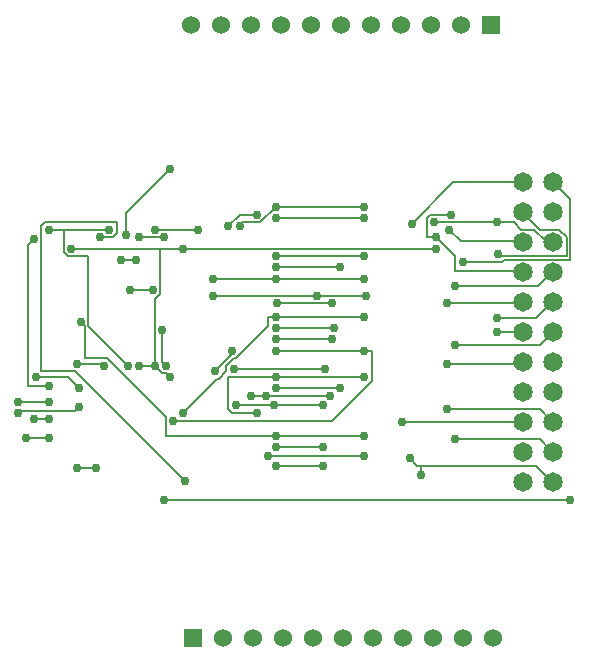
<source format=gbr>
G04 EAGLE Gerber RS-274X export*
G75*
%MOMM*%
%FSLAX34Y34*%
%LPD*%
%INBottom Copper*%
%IPPOS*%
%AMOC8*
5,1,8,0,0,1.08239X$1,22.5*%
G01*
%ADD10R,1.524000X1.524000*%
%ADD11C,1.524000*%
%ADD12C,1.650000*%
%ADD13C,0.152400*%
%ADD14C,0.756400*%


D10*
X596964Y41275D03*
D11*
X622364Y41275D03*
X647764Y41275D03*
X673164Y41275D03*
X698564Y41275D03*
X723964Y41275D03*
X749364Y41275D03*
X774764Y41275D03*
X800164Y41275D03*
X825564Y41275D03*
X850964Y41275D03*
D10*
X850011Y560515D03*
D11*
X824611Y560515D03*
X799211Y560515D03*
X773811Y560515D03*
X748411Y560515D03*
X723011Y560515D03*
X697611Y560515D03*
X672211Y560515D03*
X646811Y560515D03*
X621411Y560515D03*
X596011Y560515D03*
D12*
X901891Y401828D03*
X901891Y427228D03*
X876491Y427228D03*
X876491Y401828D03*
X901891Y376428D03*
X876491Y376428D03*
X901891Y351028D03*
X876491Y351028D03*
X901891Y325628D03*
X876491Y325628D03*
X901891Y300228D03*
X876491Y300228D03*
X901891Y274828D03*
X876491Y274828D03*
X901891Y249428D03*
X876491Y249428D03*
X901891Y224028D03*
X876491Y224028D03*
X901891Y198628D03*
X876491Y198628D03*
X901891Y173228D03*
X876491Y173228D03*
D13*
X515200Y185600D02*
X499200Y185600D01*
X457600Y374400D02*
X462400Y379200D01*
X457600Y374400D02*
X457600Y254400D01*
X475200Y254400D01*
D14*
X515200Y185600D03*
X499200Y185600D03*
X462400Y379200D03*
X475200Y254400D03*
D13*
X552000Y272000D02*
X564800Y272000D01*
X574400Y265600D02*
X577600Y262400D01*
X574400Y265600D02*
X571200Y265600D01*
X564800Y272000D01*
X588800Y371200D02*
X803200Y371200D01*
X588800Y371200D02*
X569600Y371200D01*
X494400Y371200D01*
X564800Y329600D02*
X564800Y272000D01*
X564800Y329600D02*
X566400Y329600D01*
X569600Y332800D01*
X569600Y371200D01*
D14*
X564800Y272000D03*
X552000Y272000D03*
X577600Y262400D03*
X803200Y371200D03*
X588800Y371200D03*
X494400Y371200D03*
D13*
X540800Y401600D02*
X577600Y438400D01*
X540800Y401600D02*
X540800Y382400D01*
D14*
X577600Y438400D03*
X540800Y382400D03*
D13*
X564800Y387200D02*
X601600Y387200D01*
X888000Y187200D02*
X900800Y174400D01*
X790400Y187200D02*
X787200Y187200D01*
X790400Y187200D02*
X888000Y187200D01*
X787200Y187200D02*
X780800Y193600D01*
X900800Y174400D02*
X901891Y173228D01*
X790400Y179200D02*
X790400Y187200D01*
D14*
X564800Y387200D03*
X601600Y387200D03*
X780800Y193600D03*
X790400Y179200D03*
D13*
X916800Y158400D02*
X572800Y158400D01*
D14*
X572800Y158400D03*
X916800Y158400D03*
D13*
X475200Y211200D02*
X456000Y211200D01*
D14*
X475200Y211200D03*
X456000Y211200D03*
D13*
X462400Y227200D02*
X475200Y227200D01*
D14*
X475200Y227200D03*
X462400Y227200D03*
D13*
X497600Y233600D02*
X500800Y236800D01*
X497600Y233600D02*
X451200Y233600D01*
X449600Y232000D01*
D14*
X500800Y236800D03*
X449600Y232000D03*
D13*
X449600Y241600D02*
X475200Y241600D01*
D14*
X475200Y241600D03*
X449600Y241600D03*
D13*
X491200Y262400D02*
X500800Y252800D01*
X491200Y262400D02*
X464000Y262400D01*
D14*
X500800Y252800D03*
X464000Y262400D03*
D13*
X667200Y203200D02*
X707200Y203200D01*
D14*
X707200Y203200D03*
X667200Y203200D03*
D13*
X667200Y187200D02*
X707200Y187200D01*
D14*
X707200Y187200D03*
X667200Y187200D03*
D13*
X667200Y212800D02*
X742400Y212800D01*
X505600Y305600D02*
X502400Y308800D01*
X505600Y305600D02*
X505600Y278400D01*
X524800Y278400D01*
X574400Y228800D01*
X574400Y212800D01*
X667200Y212800D01*
D14*
X667200Y212800D03*
X742400Y212800D03*
X502400Y308800D03*
D13*
X660800Y195200D02*
X742400Y195200D01*
D14*
X660800Y195200D03*
X742400Y195200D03*
D13*
X891200Y209600D02*
X900800Y200000D01*
X891200Y209600D02*
X819200Y209600D01*
X900800Y200000D02*
X901891Y198628D01*
D14*
X819200Y209600D03*
D13*
X774400Y224000D02*
X875200Y224000D01*
X876491Y224028D01*
D14*
X774400Y224000D03*
D13*
X812800Y235200D02*
X891200Y235200D01*
X900800Y225600D01*
X901891Y224028D01*
D14*
X812800Y235200D03*
D13*
X812800Y273600D02*
X875200Y273600D01*
X876491Y274828D01*
D14*
X812800Y273600D03*
D13*
X819200Y289600D02*
X891200Y289600D01*
X900800Y299200D01*
X901891Y300228D01*
D14*
X819200Y289600D03*
D13*
X742400Y262400D02*
X667200Y262400D01*
X651200Y232000D02*
X630400Y232000D01*
X627200Y235200D01*
X627200Y262400D01*
X667200Y262400D01*
D14*
X667200Y262400D03*
X742400Y262400D03*
X651200Y232000D03*
D13*
X667200Y252800D02*
X721600Y252800D01*
D14*
X721600Y252800D03*
X667200Y252800D03*
D13*
X659200Y246400D02*
X646400Y246400D01*
X659200Y246400D02*
X713600Y246400D01*
D14*
X659200Y246400D03*
X646400Y246400D03*
X713600Y246400D03*
D13*
X665600Y238400D02*
X633600Y238400D01*
X665600Y238400D02*
X707200Y238400D01*
D14*
X665600Y238400D03*
X633600Y238400D03*
X707200Y238400D03*
D13*
X854400Y300800D02*
X875200Y300800D01*
X876491Y300228D01*
D14*
X854400Y300800D03*
D13*
X888000Y312000D02*
X900800Y324800D01*
X888000Y312000D02*
X854400Y312000D01*
X900800Y324800D02*
X901891Y325628D01*
D14*
X854400Y312000D03*
D13*
X889600Y339200D02*
X819200Y339200D01*
X889600Y339200D02*
X900800Y350400D01*
X901891Y351028D01*
D14*
X819200Y339200D03*
D13*
X812800Y324800D02*
X875200Y324800D01*
X876491Y325628D01*
D14*
X812800Y324800D03*
D13*
X742400Y313600D02*
X667200Y313600D01*
X617600Y260800D02*
X588800Y232000D01*
X617600Y260800D02*
X619200Y260800D01*
X625600Y267200D01*
X625600Y272000D01*
X632000Y278400D01*
X633600Y278400D01*
X660800Y305600D01*
X660800Y313600D01*
X667200Y313600D01*
D14*
X667200Y313600D03*
X742400Y313600D03*
X588800Y232000D03*
D13*
X667200Y304000D02*
X716800Y304000D01*
D14*
X716800Y304000D03*
X667200Y304000D03*
D13*
X667200Y294400D02*
X715200Y294400D01*
D14*
X715200Y294400D03*
X667200Y294400D03*
D13*
X667200Y284800D02*
X742400Y284800D01*
X715200Y225600D02*
X580800Y225600D01*
X715200Y225600D02*
X748800Y259200D01*
X748800Y284800D01*
X742400Y284800D01*
D14*
X667200Y284800D03*
X742400Y284800D03*
X580800Y225600D03*
D13*
X803200Y380800D02*
X819200Y364800D01*
X819200Y352000D01*
X875200Y352000D01*
X876491Y351028D01*
X816000Y400000D02*
X798400Y400000D01*
X795200Y396800D01*
X795200Y380800D01*
X803200Y380800D01*
D14*
X803200Y380800D03*
X816000Y400000D03*
D13*
X854400Y393600D02*
X868800Y393600D01*
X854400Y393600D02*
X801600Y393600D01*
X868800Y393600D02*
X875200Y387200D01*
X886400Y387200D01*
X896000Y377600D01*
X900800Y377600D01*
X901891Y376428D01*
D14*
X801600Y393600D03*
X854400Y393600D03*
D13*
X824000Y377600D02*
X814400Y387200D01*
X824000Y377600D02*
X875200Y377600D01*
X876491Y376428D01*
D14*
X814400Y387200D03*
D13*
X636800Y400000D02*
X627200Y390400D01*
X636800Y400000D02*
X651200Y400000D01*
D14*
X627200Y390400D03*
X651200Y400000D03*
D13*
X667200Y406400D02*
X742400Y406400D01*
X640000Y393600D02*
X636800Y390400D01*
X640000Y393600D02*
X654400Y393600D01*
X667200Y406400D01*
D14*
X667200Y406400D03*
X742400Y406400D03*
X636800Y390400D03*
D13*
X667200Y396800D02*
X742400Y396800D01*
X715200Y324800D02*
X668800Y324800D01*
D14*
X667200Y396800D03*
X742400Y396800D03*
X668800Y324800D03*
X715200Y324800D03*
D13*
X708800Y268800D02*
X632000Y268800D01*
D14*
X632000Y268800D03*
X708800Y268800D03*
D13*
X902400Y427200D02*
X916800Y412800D01*
X916800Y361600D01*
X860800Y361600D01*
X859200Y360000D01*
X825600Y360000D01*
X901891Y427228D02*
X902400Y427200D01*
D14*
X825600Y360000D03*
D13*
X876800Y401600D02*
X891200Y387200D01*
X907200Y387200D01*
X913600Y380800D01*
X913600Y364800D01*
X857600Y364800D01*
X856000Y366400D01*
X876800Y401600D02*
X876491Y401828D01*
D14*
X856000Y366400D03*
D13*
X817600Y427200D02*
X782400Y392000D01*
X817600Y427200D02*
X875200Y427200D01*
X876491Y427228D01*
D14*
X782400Y392000D03*
D13*
X742400Y364800D02*
X667200Y364800D01*
X630400Y281600D02*
X616000Y267200D01*
X630400Y281600D02*
X630400Y284800D01*
D14*
X667200Y364800D03*
X742400Y364800D03*
X616000Y267200D03*
X630400Y284800D03*
D13*
X667200Y355200D02*
X721600Y355200D01*
D14*
X721600Y355200D03*
X667200Y355200D03*
D13*
X702400Y331200D02*
X744000Y331200D01*
X702400Y331200D02*
X614400Y331200D01*
D14*
X702400Y331200D03*
X744000Y331200D03*
X614400Y331200D03*
D13*
X667200Y345600D02*
X742400Y345600D01*
X667200Y345600D02*
X614400Y345600D01*
D14*
X667200Y345600D03*
X742400Y345600D03*
X614400Y345600D03*
D13*
X529600Y380800D02*
X518400Y380800D01*
X529600Y380800D02*
X532800Y384000D01*
X532800Y393600D01*
X472000Y393600D01*
X468800Y390400D01*
X468800Y267200D01*
X497600Y267200D01*
X590400Y174400D01*
D14*
X518400Y380800D03*
X590400Y174400D03*
D13*
X563200Y336000D02*
X544000Y336000D01*
D14*
X563200Y336000D03*
X544000Y336000D03*
D13*
X552000Y380800D02*
X572800Y380800D01*
X571200Y275200D02*
X574400Y272000D01*
X571200Y275200D02*
X571200Y302400D01*
D14*
X552000Y380800D03*
X572800Y380800D03*
X574400Y272000D03*
X571200Y302400D03*
D13*
X488000Y387200D02*
X475200Y387200D01*
X488000Y387200D02*
X526400Y387200D01*
X508800Y305600D02*
X542400Y272000D01*
X508800Y305600D02*
X508800Y364800D01*
X491200Y364800D01*
X488000Y368000D01*
X488000Y387200D01*
D14*
X526400Y387200D03*
X475200Y387200D03*
X542400Y272000D03*
D13*
X521600Y272000D02*
X520000Y273600D01*
X499200Y273600D01*
D14*
X521600Y272000D03*
X499200Y273600D03*
D13*
X536000Y361600D02*
X548800Y361600D01*
D14*
X548800Y361600D03*
X536000Y361600D03*
M02*

</source>
